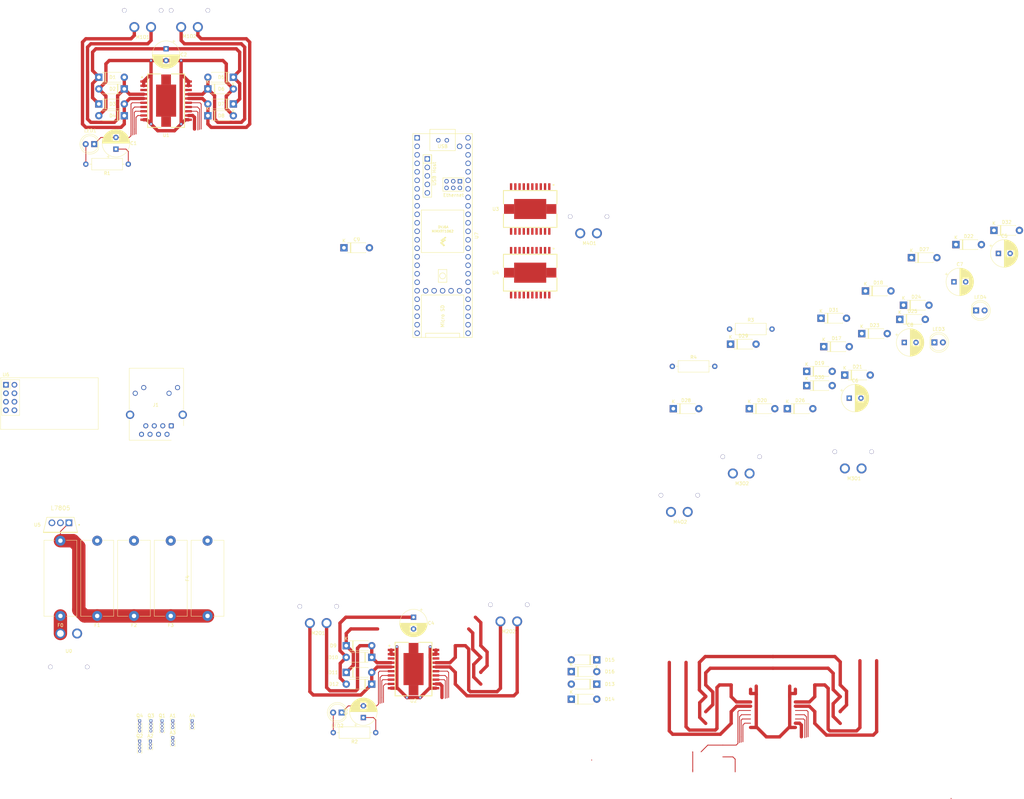
<source format=kicad_pcb>
(kicad_pcb (version 20211014) (generator pcbnew)
  (layers (0 "F.Cu" signal) (31 "B.Cu" signal) (34 "B.Paste" user) (35 "F.Paste" user) (36 "B.SilkS" user "B.Silkscreen") (37 "F.SilkS" user "F.Silkscreen") (38 "B.Mask" user) (39 "F.Mask" user) (44 "Edge.Cuts" user))
  (net 0 "")
  (net 1 "+5V")
  (net 2 "GND")
  (net 3 "Net-(C9-Pad1)")
  (net 4 "EGND")
  (net 5 "Net-(D1-Pad2)")
  (net 6 "Net-(D3-Pad2)")
  (net 7 "+12V")
  (net 8 "T+")
  (net 9 "T-")
  (net 10 "R+")
  (net 11 "R-")
  (net 13 "ELED")
  (net 16 "+3.3V")
  (net 17 "M1 PWM1")
  (net 18 "M1 PWM2")
  (net 19 "M1 IN1")
  (net 20 "M1 IN2")
  (net 21 "M2 PWM1")
  (net 22 "M2 PWM2")
  (net 23 "M1 IN3")
  (net 24 "M1 IN4")
  (net 25 "M3 PWM1")
  (net 26 "M3 PWM2")
  (net 27 "SCK")
  (net 29 "M3 IN1")
  (net 30 "M3 IN2")
  (net 31 "M3 IN3")
  (net 32 "M3 IN4")
  (net 33 "M4 IN1")
  (net 34 "M4 IN2")
  (net 35 "M4 IN3")
  (net 36 "M4 IN4")
  (net 37 "MOSI")
  (net 38 "M2 IN1")
  (net 39 "M2 IN2")
  (net 40 "M2 IN3")
  (net 41 "M2 IN4")
  (net 42 "M4 PWM1")
  (net 43 "M4 PWM2")
  (net 44 "CE")
  (net 45 "MISO")
  (net 46 "CSN")
  (net 48 "+3V3")
  (net 53 "Net-(LED1-Pad2)")
  (net 54 "Net-(C1-Pad2)")
  (net 55 "Net-(C3-Pad2)")
  (net 56 "Net-(C5-Pad2)")
  (net 57 "Net-(C7-Pad2)")
  (net 58 "Net-(D10-Pad1)")
  (net 59 "Net-(D11-Pad2)")
  (net 60 "Net-(D13-Pad2)")
  (net 61 "Net-(D15-Pad2)")
  (net 62 "Net-(D17-Pad2)")
  (net 63 "Net-(D19-Pad2)")
  (net 64 "Net-(D21-Pad2)")
  (net 65 "Net-(D23-Pad2)")
  (net 66 "Net-(D25-Pad2)")
  (net 67 "Net-(D27-Pad2)")
  (net 68 "Net-(D29-Pad2)")
  (net 69 "Net-(D31-Pad2)")
  (net 70 "Net-(F0-Pad1)")
  (net 71 "Net-(F1-Pad2)")
  (net 72 "Net-(F2-Pad2)")
  (net 73 "Net-(F3-Pad2)")
  (net 74 "Net-(F4-Pad2)")
  (net 75 "Net-(LED2-Pad2)")
  (net 76 "Net-(LED3-Pad2)")
  (net 77 "Net-(LED4-Pad2)")
  (net 110 "Net-(D6-Pad1)")
  (net 111 "Net-(D8-Pad1)")
  (net 112 "A1S")
  (net 113 "A2S")
  (net 114 "A3S")
  (net 115 "A4S")
  (net 116 "Q1B")
  (net 117 "Q1A")
  (net 118 "Q2B")
  (net 119 "Q2A")
  (net 120 "Q3B")
  (net 121 "Q3A")
  (net 122 "Q4B")
  (net 123 "Q4A")
  (footprint "L298P:L298P" (layer "F.Cu") (at 144.5 213)
    (fp_text reference "U2")
    (fp_text value "L298P")
  )
  (footprint "Resistor_THT:R_Axial_DIN0309_L9.0mm_D3.2mm_P12.70mm_Horizontal" (layer "F.Cu") (at 239.015302 111.32)
    (fp_text reference "R3")
    (fp_text value "1k")
  )
  (footprint "Diode_THT:D_DO-41_SOD81_P7.62mm_Horizontal" (layer "F.Cu") (at 262.095302 123.97)
    (fp_text reference "D19")
    (fp_text value " ")
  )
  (footprint "Diode_THT:D_DO-41_SOD81_P7.62mm_Horizontal" (layer "F.Cu") (at 90.62 36 180)
    (fp_text reference "D5")
    (fp_text value " ")
  )
  (footprint "Diode_THT:D_DO-41_SOD81_P7.62mm_Horizontal" (layer "F.Cu") (at 318.085302 81.8)
    (fp_text reference "D32")
    (fp_text value " ")
  )
  (footprint "LED_THT:LED_D5.0mm" (layer "F.Cu") (at 312.745302 105.75)
    (fp_text reference "LED4")
    (fp_text value "PWR-LED")
  )
  (footprint "Connector_RJ:RJ45_Cetus_J1B1211CCD_Horizontal" (layer "F.Cu") (at 72.045 140.25 180)
    (fp_text reference "J1")
    (fp_text value "RJ45_LED")
  )
  (footprint "Connector_PinHeader_1.00mm:PinHeader_1x04_P1.00mm_Vertical" (layer "F.Cu") (at 62.6 228.5)
    (fp_text reference "Q4")
    (fp_text value "Quad Encoder 4")
  )
  (footprint "Capacitor_THT:CP_Radial_D8.0mm_P3.50mm" (layer "F.Cu") (at 291.28 115.32)
    (fp_text reference "C8")
    (fp_text value "220uF")
  )
  (footprint "Resistor_THT:R_Axial_DIN0309_L9.0mm_D3.2mm_P12.70mm_Horizontal" (layer "F.Cu") (at 221.895302 122.47)
    (fp_text reference "R4")
    (fp_text value "1k")
  )
  (footprint "Resistor_THT:R_Axial_DIN0309_L9.0mm_D3.2mm_P12.70mm_Horizontal" (layer "F.Cu") (at 59.2 62 180)
    (fp_text reference "R1")
    (fp_text value "1k")
  )
  (footprint "Fuse:Fuseholder_Cylinder-5x20mm_Schurter_0031_8201_Horizontal_Open" (layer "F.Cu") (at 71.89375 197.1125 90)
    (fp_text reference "F3")
    (fp_text value "2a")
  )
  (footprint "Capacitor_THT:CP_Radial_D8.0mm_P3.50mm" (layer "F.Cu") (at 70.5 27.5 -90)
    (fp_text reference "C2")
    (fp_text value "220uF")
  )
  (footprint "Diode_THT:D_DO-41_SOD81_P7.62mm_Horizontal" (layer "F.Cu") (at 306.715302 86.05)
    (fp_text reference "D22")
    (fp_text value " ")
  )
  (footprint "Connector_PinHeader_1.00mm:PinHeader_1x03_P1.00mm_Vertical" (layer "F.Cu") (at 72.5 228.5)
    (fp_text reference "A1")
    (fp_text value "Abs Encoder 1")
  )
  (footprint "Diode_THT:D_DO-41_SOD81_P7.62mm_Horizontal" (layer "F.Cu") (at 132 209.5 180)
    (fp_text reference "D10")
    (fp_text value " ")
  )
  (footprint "Diode_THT:D_DO-41_SOD81_P7.62mm_Horizontal" (layer "F.Cu") (at 58 39.5 180)
    (fp_text reference "D2")
    (fp_text value " ")
  )
  (footprint "Fuse:Fuseholder_Cylinder-5x20mm_Schurter_0031_8201_Horizontal_Open" (layer "F.Cu") (at 60.89375 197.1125 90)
    (fp_text reference "F2")
    (fp_text value "2a")
  )
  (footprint "teensy:RightAngleXT30-M" (layer "F.Cu") (at 276 150.5)
    (fp_text reference "M3O1")
    (fp_text value "PCB_Mounted_XT30")
  )
  (footprint "LED_THT:LED_D5.0mm" (layer "F.Cu") (at 49 56 180)
    (fp_text reference "LED1")
    (fp_text value "PWR-LED")
  )
  (footprint "teensy:Teensy41" (layer "F.Cu") (at 153.19375 83.34375 -90)
    (fp_text reference "U7")
    (fp_text value "Teensy4.1")
  )
  (footprint "L298P:L298P" (layer "F.Cu") (at 179.3875 94.45625 -90)
    (fp_text reference "U4")
    (fp_text value "L298P")
  )
  (footprint "teensy:RightAngleXT30-M" (layer "F.Cu") (at 77.5 18.5)
    (fp_text reference "M1O2")
    (fp_text value "PCB_Mounted_XT30")
  )
  (footprint "Diode_THT:D_DO-41_SOD81_P7.62mm_Horizontal" (layer "F.Cu") (at 239.315302 115.82)
    (fp_text reference "D29")
    (fp_text value " ")
  )
  (footprint "Diode_THT:D_DO-41_SOD81_P7.62mm_Horizontal" (layer "F.Cu") (at 273.465302 125.07)
    (fp_text reference "D21")
    (fp_text value " ")
  )
  (footprint "Diode_THT:D_DO-41_SOD81_P7.62mm_Horizontal" (layer "F.Cu") (at 222.195302 135.12)
    (fp_text reference "D28")
    (fp_text value " ")
  )
  (footprint "Diode_THT:D_DO-41_SOD81_P7.62mm_Horizontal" (layer "F.Cu") (at 278.565302 112.67)
    (fp_text reference "D23")
    (fp_text value " ")
  )
  (footprint "Diode_THT:D_DO-41_SOD81_P7.62mm_Horizontal" (layer "F.Cu") (at 123.69 87)
    (fp_text reference "C9")
    (fp_text value "0.1uF")
  )
  (footprint "Fuse:Fuseholder_Cylinder-5x20mm_Schurter_0031_8201_Horizontal_Open" (layer "F.Cu") (at 38.89375 197.1125 90)
    (fp_text reference "F0")
    (fp_text value "8a")
  )
  (footprint "teensy:RightAngleXT30-M" (layer "F.Cu") (at 196.85 80.16875)
    (fp_text reference "M4O1")
    (fp_text value "PCB_Mounted_XT30")
  )
  (footprint "Connector_PinHeader_1.00mm:PinHeader_1x03_P1.00mm_Vertical" (layer "F.Cu") (at 72.5 233.55)
    (fp_text reference "A3")
    (fp_text value "Abs Encoder 3")
  )
  (footprint "Capacitor_THT:CP_Radial_D8.0mm_P3.50mm" (layer "F.Cu") (at 319.43 88.7)
    (fp_text reference "C5")
    (fp_text value "220uF")
  )
  (footprint "L298P:L298P" (layer "F.Cu") (at 179.3875 75.40625 -90)
    (fp_text reference "U3")
    (fp_text value "L298P")
  )
  (footprint "Connector_PinHeader_1.00mm:PinHeader_1x03_P1.00mm_Vertical" (layer "F.Cu") (at 78.3 228.5)
    (fp_text reference "A4")
    (fp_text value "Abs Encoder 4")
  )
  (footprint "teensy:RightAngleXT30-M" (layer "F.Cu") (at 63.5 18.5)
    (fp_text reference "M1O1")
    (fp_text value "PCB_Mounted_XT30")
  )
  (footprint "teensy:RightAngleXT30-M" (layer "F.Cu") (at 116 196.75)
    (fp_text reference "M2O1")
    (fp_text value "PCB_Mounted_XT30")
  )
  (footprint "Diode_THT:D_DO-41_SOD81_P7.62mm_Horizontal" (layer "F.Cu") (at 293.415302 89.95)
    (fp_text reference "D27")
    (fp_text value " ")
  )
  (footprint "Diode_THT:D_DO-41_SOD81_P7.62mm_Horizontal" (layer "F.Cu") (at 124.38 206)
    (fp_text reference "D9")
    (fp_text value " ")
  )
  (footprint "Capacitor_THT:CP_Radial_D8.0mm_P3.50mm" (layer "F.Cu") (at 306.13 97.2)
    (fp_text reference "C7")
    (fp_text value "220uF")
  )
  (footprint "RF_Module:nRF24L01_Breakout" (layer "F.Cu") (at 22.6 127.975)
    (fp_text reference "U6")
    (fp_text value "NRF24L01_Breakout")
  )
  (footprint "Diode_THT:D_DO-41_SOD81_P7.62mm_Horizontal" (layer "F.Cu") (at 191.69 222)
    (fp_text reference "D14")
    (fp_text value " ")
  )
  (footprint "Connector_PinHeader_1.00mm:PinHeader_1x04_P1.00mm_Vertical" (layer "F.Cu") (at 65.95 228.5)
    (fp_text reference "Q3")
    (fp_text value "Quad Encoder 3")
  )
  (footprint "Diode_THT:D_DO-41_SOD81_P7.62mm_Horizontal" (layer "F.Cu") (at 58 47.5 180)
    (fp_text reference "D4")
    (fp_text value " ")
  )
  (footprint "Fuse:Fuseholder_Cylinder-5x20mm_Schurter_0031_8201_Horizontal_Open" (layer "F.Cu") (at 82.89375 197.1125 90)
    (fp_text reference "F4")
    (fp_text value "2a")
  )
  (footprint "Connector_PinHeader_1.00mm:PinHeader_1x03_P1.00mm_Vertical" (layer "F.Cu") (at 65.8 234.55)
    (fp_text reference "A2")
    (fp_text value "Abs Encoder 2")
  )
  (footprint "Diode_THT:D_DO-41_SOD81_P7.62mm_Horizontal" (layer "F.Cu") (at 199.31 217.5 180)
    (fp_text reference "D13")
    (fp_text value " ")
  )
  (footprint "Diode_THT:D_DO-41_SOD81_P7.62mm_Horizontal" (layer "F.Cu") (at 289.935302 108.42)
    (fp_text reference "D25")
    (fp_text value " ")
  )
  (footprint "Diode_THT:D_DO-41_SOD81_P7.62mm_Horizontal" (layer "F.Cu") (at 83 39.5)
    (fp_text reference "D6")
    (fp_text value " ")
  )
  (footprint "Capacitor_THT:CP_Radial_D8.0mm_P3.50mm" (layer "F.Cu") (at 274.81 131.97)
    (fp_text reference "C6")
    (fp_text value "220uF")
  )
  (footprint "LED_THT:LED_D5.0mm" (layer "F.Cu") (at 123 226 180)
    (fp_text reference "LED2")
    (fp_text value "PWR-LED")
  )
  (footprint "Resistor_THT:R_Axial_DIN0309_L9.0mm_D3.2mm_P12.70mm_Horizontal" (layer "F.Cu") (at 133.2 232 180)
    (fp_text reference "R2")
    (fp_text value "1k")
  )
  (footprint "Diode_THT:D_DO-41_SOD81_P7.62mm_Horizontal" (layer "F.Cu") (at 83 47.5)
    (fp_text reference "D8")
    (fp_text value " ")
  )
  (footprint "Fuse:Fuseholder_Cylinder-5x20mm_Schurter_0031_8201_Horizontal_Open" (layer "F.Cu") (at 49.89375 197.1125 90)
    (fp_text reference "F1")
    (fp_text value "2a")
  )
  (footprint "Capacitor_THT:CP_Radial_D8.0mm_P3.50mm" (layer "F.Cu") (at 129.5 227.5 90)
    (fp_text reference "C3")
    (fp_text value "220uF")
  )
  (footprint "Diode_THT:D_DO-41_SOD81_P7.62mm_Horizontal" (layer "F.Cu") (at 291.035302 104.17)
    (fp_text reference "D24")
    (fp_text value " ")
  )
  (footprint "Connector_PinHeader_1.00mm:PinHeader_1x04_P1.00mm_Vertical" (layer "F.Cu") (at 69.3 228.5)
    (fp_text reference "Q1")
    (fp_text value "Quad Encoder 1")
  )
  (footprint "Diode_THT:D_DO-41_SOD81_P7.62mm_Horizontal" (layer "F.Cu") (at 191.69 213.75)
    (fp_text reference "D16")
    (fp_text value " ")
  )
  (footprint "Capacitor_THT:CP_Radial_D8.0mm_P3.50mm" (layer "F.Cu") (at 144.5 197.5 -90)
    (fp_text reference "C4")
    (fp_text value "220uF")
  )
  (footprint "teensy:RightAngleXT30-F" (layer "F.Cu") (at 41.39375 207.3625 180)
    (fp_text reference "U0")
    (fp_text value "BAT")
  )
  (footprint "Diode_THT:D_DO-41_SOD81_P7.62mm_Horizontal" (layer "F.Cu") (at 50.38 36)
    (fp_text reference "D1")
    (fp_text value " ")
  )
  (footprint "Diode_THT:D_DO-41_SOD81_P7.62mm_Horizontal" (layer "F.Cu") (at 90.62 44 180)
    (fp_text reference "D7")
    (fp_text value " ")
  )
  (footprint "Diode_THT:D_DO-41_SOD81_P7.62mm_Horizontal" (layer "F.Cu") (at 124.38 214)
    (fp_text reference "D11")
    (fp_text value " ")
  )
  (footprint "Capacitor_THT:CP_Radial_D8.0mm_P3.50mm" (layer "F.Cu") (at 55.5 57.5 90)
    (fp_text reference "C1")
    (fp_text value "220uF")
  )
  (footprint "teensy:RightAngleXT30-M" (layer "F.Cu") (at 242.5 152)
    (fp_text reference "M3O2")
    (fp_text value "PCB_Mounted_XT30")
  )
  (footprint "Diode_THT:D_DO-41_SOD81_P7.62mm_Horizontal" (layer "F.Cu") (at 279.665302 99.92)
    (fp_text reference "D18")
    (fp_text value " ")
  )
  (footprint "Diode_THT:D_DO-41_SOD81_P7.62mm_Horizontal" (layer "F.Cu") (at 267.195302 116.57)
    (fp_text reference "D17")
    (fp_text value " ")
  )
  (footprint "L7805CV:STMicroelectronics-TO-220-3-0-0-0" (layer "F.Cu") (at 38.89375 169.8625 -90)
    (fp_text reference "U5")
    (fp_text value "L7805")
  )
  (footprint "Diode_THT:D_DO-41_SOD81_P7.62mm_Horizontal" (layer "F.Cu") (at 199.31 210.25 180)
    (fp_text reference "D15")
    (fp_text value " ")
  )
  (footprint "L298P:L298P" (layer "F.Cu") (at 70.5 43)
    (fp_text reference "U1")
    (fp_text value "L298P")
  )
  (footprint "Diode_THT:D_DO-41_SOD81_P7.62mm_Horizontal" (layer "F.Cu") (at 50.38 44)
    (fp_text reference "D3")
    (fp_text value " ")
  )
  (footprint "LED_THT:LED_D5.0mm" (layer "F.Cu") (at 300.275302 115.3)
    (fp_text reference "LED3")
    (fp_text value "PWR-LED")
  )
  (footprint "Diode_THT:D_DO-41_SOD81_P7.62mm_Horizontal" (layer "F.Cu") (at 132 217.5 180)
    (fp_text reference "D12")
    (fp_text value " ")
  )
  (footprint "Diode_THT:D_DO-41_SOD81_P7.62mm_Horizontal" (layer "F.Cu") (at 266.365302 108.07)
    (fp_text reference "D31")
    (fp_text value " ")
  )
  (footprint "teensy:RightAngleXT30-M" (layer "F.Cu") (at 173 196.25)
    (fp_text reference "M2O2")
    (fp_text value "PCB_Mounted_XT30")
  )
  (footprint "Diode_THT:D_DO-41_SOD81_P7.62mm_Horizontal" (layer "F.Cu") (at 262.095302 128.22)
    (fp_text reference "D30")
    (fp_text value " ")
  )
  (footprint "Diode_THT:D_DO-41_SOD81_P7.62mm_Horizontal" (layer "F.Cu") (at 256.305302 135.12)
    (fp_text reference "D26")
    (fp_text value " ")
  )
  (footprint "teensy:RightAngleXT30-M" (layer "F.Cu") (at 224 163.5)
    (fp_text reference "M4O2")
    (fp_text value "PCB_Mounted_XT30")
  )
  (footprint "Diode_THT:D_DO-41_SOD81_P7.62mm_Horizontal" (layer "F.Cu") (at 244.935302 135.12)
    (fp_text reference "D20")
    (fp_text value " ")
  )
  (footprint "Connector_PinHeader_1.00mm:PinHeader_1x04_P1.00mm_Vertical" (layer "F.Cu") (at 62.6 234.55)
    (fp_text reference "Q2")
    (fp_text value "Quad Encoder 2")
  )
  (segment (start 264.5 225.75) (end 262.865 224.115) (width 1) (layer "F.Cu") (net 0))
  (segment (start 264.5 225.75) (end 264.5 225.872641) (width 1) (layer "F.Cu") (net 0))
  (segment (start 264.5 217.75) (end 267.5 217.75) (width 1) (layer "F.Cu") (net 0))
  (segment (start 264.5 221.25) (end 262.905 222.845) (width 1) (layer "F.Cu") (net 0))
  (segment (start 264.5 225.75) (end 264.5 229.25) (width 1) (layer "F.Cu") (net 0))
  (segment (start 268.5 218.75) (end 268.5 231) (width 1) (layer "F.Cu") (net 0))
  (segment (start 264.5 221.25) (end 264.5 217.75) (width 1) (layer "F.Cu") (net 0))
  (segment (start 269 231.5) (end 277 231.5) (width 1) (layer "F.Cu") (net 0))
  (segment (start 268.5 231) (end 269 231.5) (width 1) (layer "F.Cu") (net 0))
  (segment (start 277 231.5) (end 278 230.5) (width 1) (layer "F.Cu") (net 0))
  (segment (start 268 232.75) (end 282 232.75) (width 1) (layer "F.Cu") (net 0))
  (segment (start 267.5 217.75) (end 268.5 218.75) (width 1) (layer "F.Cu") (net 0))
  (segment (start 264.5 229.25) (end 268 232.75) (width 1) (layer "F.Cu") (net 0))
  (segment (start 283 231.75) (end 283 210.5) (width 1) (layer "F.Cu") (net 0))
  (segment (start 282 232.75) (end 283 231.75) (width 1) (layer "F.Cu") (net 0))
  (segment (start 262.865 224.115) (end 258.7 224.115) (width 1) (layer "F.Cu") (net 0))
  (segment (start 278 230.5) (end 278 210.5) (width 1) (layer "F.Cu") (net 0))
  (segment (start 262.905 222.845) (end 258.7 222.845) (width 1) (layer "F.Cu") (net 0))
  (segment (start 240.7 239.95) (end 240 239.25) (width 0.25) (layer "F.Cu") (net 1))
  (segment (start 59.2 62) (end 59.2 58.2) (width 0.25) (layer "F.Cu") (net 1))
  (segment (start 240.7 243.75) (end 240.7 239.95) (width 0.25) (layer "F.Cu") (net 1))
  (segment (start 133.2 232) (end 133.2 228.2) (width 0.25) (layer "F.Cu") (net 1))
  (segment (start 240 239.25) (end 237 239.25) (width 0.25) (layer "F.Cu") (net 1))
  (segment (start 132.5 227.5) (end 129.5 227.5) (width 0.25) (layer "F.Cu") (net 1))
  (segment (start 58.5 57.5) (end 55.5 57.5) (width 0.25) (layer "F.Cu") (net 1))
  (segment (start 59.2 58.2) (end 58.5 57.5) (width 0.25) (layer "F.Cu") (net 1))
  (segment (start 133.2 228.2) (end 132.5 227.5) (width 0.25) (layer "F.Cu") (net 1))
  (segment (start 124.38 209.5) (end 124.38 209.38) (width 1) (layer "F.Cu") (net 2))
  (segment (start 250.0025 233.2475) (end 250.03 233.275) (width 1) (layer "F.Cu") (net 2))
  (segment (start 234 223.63) (end 234 219.87) (width 1) (layer "F.Cu") (net 2))
  (segment (start 137.8 207.285) (end 137.8 208.555) (width 1) (layer "F.Cu") (net 2))
  (segment (start 149.5 218.495) (end 149.5 209.5) (width 1) (layer "F.Cu") (net 2))
  (segment (start 246.78 220.305) (end 247 220.525) (width 1) (layer "F.Cu") (net 2))
  (segment (start 270 219.13) (end 272.12 221.25) (width 1) (layer "F.Cu") (net 2))
  (segment (start 66 50) (end 66 35) (width 1) (layer "F.Cu") (net 2))
  (segment (start 162.5 215.38) (end 164.62 217.5) (width 1) (layer "F.Cu") (net 2))
  (segment (start 88.5 41.62) (end 90.62 39.5) (width 1) (layer "F.Cu") (net 2))
  (segment (start 253.97 233.275) (end 253.9975 233.2475) (width 1) (layer "F.Cu") (net 2))
  (segment (start 272.12 221.25) (end 270 223.37) (width 1) (layer "F.Cu") (net 2))
  (segment (start 77.2 37.285) (end 77.2 38.555) (width 1) (layer "F.Cu") (net 2))
  (segment (start 139.5 218.495) (end 142.5025 221.4975) (width 1) (layer "F.Cu") (net 2))
  (segment (start 52.5 32) (end 53.5 31) (width 1) (layer "F.Cu") (net 2))
  (segment (start 257 221.25) (end 257 218.097349) (width 1) (layer "F.Cu") (net 2))
  (segment (start 124.38 209.38) (end 122.5 207.5) (width 1) (layer "F.Cu") (net 2))
  (segment (start 268.5 212.75) (end 270 214.25) (width 1) (layer "F.Cu") (net 2))
  (segment (start 63.8 48.715) (end 64.715 48.715) (width 1) (layer "F.Cu") (net 2))
  (segment (start 77.2 37.2) (end 75 35) (width 1) (layer "F.Cu") (net 2))
  (segment (start 73 52) (end 75 50) (width 1) (layer "F.Cu") (net 2))
  (segment (start 257 230.245) (end 257 221.25) (width 1) (layer "F.Cu") (net 2))
  (segment (start 139.5 208.775) (end 139.5 206.347349) (width 1) (layer "F.Cu") (net 2))
  (segment (start 75 50) (end 76.285 48.715) (width 1) (layer "F.Cu") (net 2))
  (segment (start 68 52) (end 73 52) (width 1) (layer "F.Cu") (net 2))
  (segment (start 50.38 39.5) (end 50.38 39.38) (width 1) (layer "F.Cu") (net 2))
  (segment (start 247 230.245) (end 250.0025 233.2475) (width 1) (layer "F.Cu") (net 2))
  (segment (start 234 219.87) (end 231.88 217.75) (width 1) (layer "F.Cu") (net 2))
  (segment (start 162.5 211.62) (end 162.5 215.38) (width 1) (layer "F.Cu") (net 2))
  (segment (start 122.58 211.3) (end 124.38 209.5) (width 1) (layer "F.Cu") (net 2))
  (segment (start 90.62 39.5) (end 88.5 37.38) (width 1) (layer "F.Cu") (net 2))
  (segment (start 142.53 221.525) (end 146.47 221.525) (width 1) (layer "F.Cu") (net 2))
  (segment (start 146.47 221.525) (end 146.4975 221.4975) (width 1) (layer "F.Cu") (net 2))
  (segment (start 246.78 230.465) (end 245.3 230.465) (width 1) (layer "F.Cu") (net 2))
  (segment (start 149.5 209.5) (end 149.5 208.775) (width 1) (layer "F.Cu") (net 2))
  (segment (start 75 50) (end 75 35) (width 1) (layer "F.Cu") (net 2))
  (segment (start 162.2 202.2) (end 161 201) (width 1) (layer "F.Cu") (net 2))
  (segment (start 257 220.525) (end 257.22 220.305) (width 1) (layer "F.Cu") (net 2))
  (segment (start 245.3 219.035) (end 245.3 220.305) (width 1) (layer "F.Cu") (net 2))
  (segment (start 142.5025 221.4975) (end 142.53 221.525) (width 1) (layer "F.Cu") (net 2))
  (segment (start 52.5 41.62) (end 50.38 39.5) (width 1) (layer "F.Cu") (net 2))
  (segment (start 63.8 37.285) (end 63.8 37.2) (width 1) (layer "F.Cu") (net 2))
  (segment (start 75 35) (end 75 31) (width 1) (layer "F.Cu") (net 2))
  (segment (start 257 221.25) (end 257 220.525) (width 1) (layer "F.Cu") (net 2))
  (segment (start 63.8 37.2) (end 66 35) (width 1) (layer "F.Cu") (net 2))
  (segment (start 50.38 39.5) (end 52.5 37.38) (width 1) (layer "F.Cu") (net 2))
  (segment (start 137.8 208.555) (end 139.28 208.555) (width 1) (layer "F.Cu") (net 2))
  (segment (start 64.715 48.715) (end 66 50) (width 1) (layer "F.Cu") (net 2))
  (segment (start 75 31) (end 87.5 31) (width 1) (layer "F.Cu") (net 2))
  (segment (start 139.28 208.555) (end 139.5 208.775) (width 1) (layer "F.Cu") (net 2))
  (segment (start 88.5 45.38) (end 88.5 41.62) (width 1) (layer "F.Cu") (net 2))
  (segment (start 231.88 225.75) (end 234 223.63) (width 1) (layer "F.Cu") (net 2))
  (segment (start 139.5 208.775) (end 139.5 218.495) (width 1) (layer "F.Cu") (net 2))
  (segment (start 247 220.525) (end 247 230.245) (width 1) (layer "F.Cu") (net 2))
  (segment (start 164.62 209.5) (end 162.5 211.62) (width 1) (layer "F.Cu") (net 2))
  (segment (start 257.22 230.465) (end 257 230.245) (width 1) (layer "F.Cu") (net 2))
  (segment (start 164.62 209.5) (end 162.2 207.08) (width 1) (layer "F.Cu") (net 2))
  (segment (start 233.25 212.75) (end 252 212.75) (width 1) (layer "F.Cu") (net 2))
  (segment (start 231.88 214.12) (end 233.25 212.75) (width 1) (layer "F.Cu") (net 2))
  (segment (start 90.62 47.5) (end 88.5 45.38) (width 1) (layer "F.Cu") (net 2))
  (segment (start 258.7 230.465) (end 257.22 230.465) (width 1) (layer "F.Cu") (net 2))
  (segment (start 149.5 209.5) (end 149.5 206.347349) (width 1) (layer "F.Cu") (net 2))
  (segment (start 66 31) (end 70.5 31) (width 1) (layer "F.Cu") (net 2))
  (segment (start 52.5 45.38) (end 52.5 41.62) (width 1) (layer "F.Cu") (net 2))
  (segment (start 122.5 199.25) (end 124.25 197.5) (width 1) (layer "F.Cu") (net 2))
  (segment (start 258.7 219.035) (end 258.7 220.305) (width 1) (layer "F.Cu") (net 2))
  (segment (start 77.2 37.285) (end 77.2 37.2) (width 1) (layer "F.Cu") (net 2))
  (segment (start 270 214.25) (end 270 219.13) (width 1) (layer "F.Cu") (net 2))
  (segment (start 70.5 31) (end 75 31) (width 1) (layer "F.Cu") (net 2))
  (segment (start 250.03 233.275) (end 253.97 233.275) (width 1) (layer "F.Cu") (net 2))
  (segment (start 122.5 207.5) (end 122.5 199.25) (width 1) (layer "F.Cu") (net 2))
  (segment (start 151.2 207.285) (end 151.2 208.555) (width 1) (layer "F.Cu") (net 2))
  (segment (start 76.285 48.715) (end 77.2 48.715) (width 1) (layer "F.Cu") (net 2))
  (segment (start 247 230.245) (end 246.78 230.465) (width 1) (layer "F.Cu") (net 2))
  (segment (start 149.72 208.555) (end 151.2 208.555) (width 1) (layer "F.Cu") (net 2))
  (segment (start 270 223.37) (end 270 227.13) (width 1) (layer "F.Cu") (net 2))
  (segment (start 50.38 47.5) (end 52.5 45.38) (width 1) (layer "F.Cu") (net 2))
  (segment (start 139.5 218.495) (end 139.28 218.715) (width 1) (layer "F.Cu") (net 2))
  (segment (start 124.38 217.5) (end 122.58 215.7) (width 1) (layer "F.Cu") (net 2))
  (segment (start 162.2 207.08) (end 162.2 202.2) (width 1) (layer "F.Cu") (net 2))
  (segment (start 253.9975 233.2475) (end 257 230.245) (width 1) (layer "F.Cu") (net 2))
  (segment (start 66 50) (end 68 52) (width 1) (layer "F.Cu") (net 2))
  (segment (start 139.28 218.715) (end 137.8 218.715) (width 1) (layer "F.Cu") (net 2))
  (segment (start 52.5 37.38) (end 52.5 32) (width 1) (layer "F.Cu") (net 2))
  (segment (start 247 220.525) (end 247 218.097349) (width 1) (layer "F.Cu") (net 2))
  (segment (start 87.5 31) (end 88.5 32) (width 1) (layer "F.Cu") (net 2))
  (segment (start 122.58 215.7) (end 122.58 211.3) (width 1) (layer "F.Cu") (net 2))
  (segment (start 270 227.13) (end 272.12 229.25) (width 1) (layer "F.Cu") (net 2))
  (segment (start 149.5 208.775) (end 149.72 208.555) (width 1) (layer "F.Cu") (net 2))
  (segment (start 53.5 31) (end 66 31) (width 1) (layer "F.Cu") (net 2))
  (segment (start 257.22 220.305) (end 258.7 220.305) (width 1) (layer "F.Cu") (net 2))
  (segment (start 151.2 218.715) (end 149.72 218.715) (width 1) (layer "F.Cu") (net 2))
  (segment (start 149.72 218.715) (end 149.5 218.495) (width 1) (layer "F.Cu") (net 2))
  (segment (start 63.8 37.285) (end 63.8 38.555) (width 1) (layer "F.Cu") (net 2))
  (segment (start 245.3 220.305) (end 246.78 220.305) (width 1) (layer "F.Cu") (net 2))
  (segment (start 146.4975 221.4975) (end 149.5 218.495) (width 1) (layer "F.Cu") (net 2))
  (segment (start 88.5 37.38) (end 88.5 32) (width 1) (layer "F.Cu") (net 2))
  (segment (start 66 35) (end 66 31) (width 1) (layer "F.Cu") (net 2))
  (segment (start 231.88 217.75) (end 231.88 214.12) (width 1) (layer "F.Cu") (net 2))
  (segment (start 124.25 197.5) (end 144.5 197.5) (width 1) (layer "F.Cu") (net 2))
  (segment (start 252 212.75) (end 268.5 212.75) (width 1) (layer "F.Cu") (net 2))
  (via (at 66 50) (size 0.8) (drill 0.4) (layers "F.Cu" "B.Cu") (net 2))
  (via (at 146.4975 221.4975) (size 0.8) (drill 0.4) (layers "F.Cu" "B.Cu") (net 2))
  (via (at 66 31) (size 0.8) (drill 0.4) (layers "F.Cu" "B.Cu") (net 2))
  (via (at 149.5 206.347349) (size 0.8) (drill 0.4) (layers "F.Cu" "B.Cu") (net 2))
  (via (at 75 50) (size 0.8) (drill 0.4) (layers "F.Cu" "B.Cu") (net 2))
  (via (at 139.5 206.347349) (size 0.8) (drill 0.4) (layers "F.Cu" "B.Cu") (net 2))
  (via (at 142.53 221.525) (size 0.8) (drill 0.4) (layers "F.Cu" "B.Cu") (net 2))
  (via (at 75 31) (size 0.8) (drill 0.4) (layers "F.Cu" "B.Cu") (net 2))
  (segment (start 47 27) (end 48 26) (width 1) (layer "F.Cu") (net 5))
  (segment (start 235.25 230.75) (end 234.75 231.25) (width 1) (layer "F.Cu") (net 5))
  (segment (start 63.8 41.095) (end 59.595 41.095) (width 1) (layer "F.Cu") (net 5))
  (segment (start 58 39.5) (end 56 41.5) (width 1) (layer "F.Cu") (net 5))
  (segment (start 59.595 41.095) (end 58 39.5) (width 1) (layer "F.Cu") (net 5))
  (segment (start 245.3 222.845) (end 241.095 222.845) (width 1) (layer "F.Cu") (net 5))
  (segment (start 241.095 222.845) (end 239.5 221.25) (width 1) (layer "F.Cu") (net 5))
  (segment (start 48 26) (end 65 26) (width 1) (layer "F.Cu") (net 5))
  (segment (start 234.75 231.25) (end 227 231.25) (width 1) (layer "F.Cu") (net 5))
  (segment (start 56 48.5) (end 55 49.5) (width 1) (layer "F.Cu") (net 5))
  (segment (start 56 41.5) (end 56 48.5) (width 1) (layer "F.Cu") (net 5))
  (segment (start 227 231.25) (end 226 230.25) (width 1) (layer "F.Cu") (net 5))
  (segment (start 58 36) (end 58 39.5) (width 1) (layer "F.Cu") (net 5))
  (segment (start 47 48.5) (end 47 27) (width 1) (layer "F.Cu") (net 5))
  (segment (start 239.5 217.75) (end 236 217.75) (width 1) (layer "F.Cu") (net 5))
  (segment (start 55 49.5) (end 48 49.5) (width 1) (layer "F.Cu") (net 5))
  (segment (start 235.25 218.5) (end 235.25 230.75) (width 1) (layer "F.Cu") (net 5))
  (segment (start 66 25) (end 66 21) (width 1) (layer "F.Cu") (net 5))
  (segment (start 236 217.75) (end 235.25 218.5) (width 1) (layer "F.Cu") (net 5))
  (segment (start 65 26) (end 66 25) (width 1) (layer "F.Cu") (net 5))
  (segment (start 226 230.25) (end 226 211) (width 1) (layer "F.Cu") (net 5))
  (segment (start 239.5 217.75) (end 239.5 221.25) (width 1) (layer "F.Cu") (net 5))
  (segment (start 48 49.5) (end 47 48.5) (width 1) (layer "F.Cu") (net 5))
  (segment (start 222 232.5) (end 236.25 232.5) (width 1) (layer "F.Cu") (net 6))
  (segment (start 60 24.5) (end 61 23.5) (width 1) (layer "F.Cu") (net 6))
  (segment (start 241.135 224.115) (end 239.5 225.75) (width 1) (layer "F.Cu") (net 6))
  (segment (start 59.635 42.365) (end 58 44) (width 1) (layer "F.Cu") (net 6))
  (segment (start 57 51) (end 46.5 51) (width 1) (layer "F.Cu") (net 6))
  (segment (start 63.8 42.365) (end 59.635 42.365) (width 1) (layer "F.Cu") (net 6))
  (segment (start 221 231.5) (end 222 232.5) (width 1) (layer "F.Cu") (net 6))
  (segment (start 46.5 24.5) (end 60 24.5) (width 1) (layer "F.Cu") (net 6))
  (segment (start 245.3 224.115) (end 241.135 224.115) (width 1) (layer "F.Cu") (net 6))
  (segment (start 46.5 51) (end 45.5 50) (width 1) (layer "F.Cu") (net 6))
  (segment (start 61 23.5) (end 61 21) (width 1) (layer "F.Cu") (net 6))
  (segment (start 58 47.5) (end 58 50) (width 1) (layer "F.Cu") (net 6))
  (segment (start 221 231.5) (end 221 211) (width 1) (layer "F.Cu") (net 6))
  (segment (start 58 50) (end 57 51) (width 1) (layer "F.Cu") (net 6))
  (segment (start 58 44) (end 58 47.5) (width 1) (layer "F.Cu") (net 6))
  (segment (start 45.5 25.5) (end 46.5 24.5) (width 1) (layer "F.Cu") (net 6))
  (segment (start 239.5 225.75) (end 239.5 229.25) (width 1) (layer "F.Cu") (net 6))
  (segment (start 45.5 50) (end 45.5 25.5) (width 1) (layer "F.Cu") (net 6))
  (segment (start 236.25 232.5) (end 239.5 229.25) (width 1) (layer "F.Cu") (net 6))
  (segment (start 60.89375 197.1125) (end 71.89375 197.1125) (width 4) (layer "F.Cu") (net 7))
  (segment (start 49.89375 197.1125) (end 60.89375 197.1125) (width 4) (layer "F.Cu") (net 7))
  (segment (start 38.89375 174.6125) (end 42.64375 174.6125) (width 4) (layer "F.Cu") (net 7))
  (segment (start 44.39375 195.3625) (end 46.14375 197.1125) (width 4) (layer "F.Cu") (net 7))
  (segment (start 197.7775 240.17) (end 197.7775 240.235) (width 0.25) (layer "F.Cu") (net 7))
  (segment (start 71.89375 197.1125) (end 82.89375 197.1125) (width 4) (layer "F.Cu") (net 7))
  (segment (start 42.64375 174.6125) (end 44.39375 176.3625) (width 4) (layer "F.Cu") (net 7))
  (segment (start 38.89375 171.8625) (end 38.89375 174.6125) (width 0.25) (layer "F.Cu") (net 7))
  (segment (start 46.14375 197.1125) (end 49.89375 197.1125) (width 4) (layer "F.Cu") (net 7))
  (segment (start 44.39375 176.3625) (end 44.39375 195.3625) (width 4) (layer "F.Cu") (net 7))
  (segment (start 41.43375 169.3225) (end 38.89375 171.8625) (width 0.25) (layer "F.Cu") (net 7))
  (segment (start 305.2775 251.67) (end 305.2775 251.735) (width 0.25) (layer "F.Cu") (net 7))
  (segment (start 245.3 227.925) (end 242.825 227.925) (width 0.25) (layer "F.Cu") (net 17))
  (segment (start 242.5 233.25) (end 242.5 234.886396) (width 0.25) (layer "F.Cu") (net 17))
  (segment (start 242.5 228.25) (end 242.5 233.25) (width 0.25) (layer "F.Cu") (net 17))
  (segment (start 242.825 227.925) (end 242.5 228.25) (width 0.25) (layer "F.Cu") (net 17))
  (segment (start 61 51.5) (end 61 53.136396) (width 0.25) (layer "F.Cu") (net 17))
  (segment (start 61 46.5) (end 61 51.5) (width 0.25) (layer "F.Cu") (net 17))
  (segment (start 61.325 46.175) (end 61 46.5) (width 0.25) (layer "F.Cu") (net 17))
  (segment (start 63.8 46.175) (end 61.325 46.175) (width 0.25) (layer "F.Cu") (net 17))
  (segment (start 79.905 44.905) (end 80.5 45.5) (width 0.25) (layer "F.Cu") (net 18))
  (segment (start 80.5 45.5) (end 80.5 51.636396) (width 0.25) (layer "F.Cu") (net 18))
  (segment (start 262 227.25) (end 262 233.386396) (width 0.25) (layer "F.Cu") (net 18))
  (segment (start 261.405 226.655) (end 262 227.25) (width 0.25) (layer "F.Cu") (net 18))
  (segment (start 77.2 44.905) (end 79.905 44.905) (width 0.25) (layer "F.Cu") (net 18))
  (segment (start 258.7 226.655) (end 261.405 226.655) (width 0.25) (layer "F.Cu") (net 18))
  (segment (start 242.595 226.655) (end 242 227.25) (width 0.25) (layer "F.Cu") (net 19))
  (segment (start 60.5 45.5) (end 60.5 53.272792) (width 0.25) (layer "F.Cu") (net 19))
  (segment (start 245.3 226.655) (end 242.595 226.655) (width 0.25) (layer "F.Cu") (net 19))
  (segment (start 61.095 44.905) (end 60.5 45.5) (width 0.25) (layer "F.Cu") (net 19))
  (segment (start 63.8 44.905) (end 61.095 44.905) (width 0.25) (layer "F.Cu") (net 19))
  (segment (start 242 227.25) (end 242 235.022792) (width 0.25) (layer "F.Cu") (net 19))
  (segment (start 61.5 48) (end 61.5 53) (width 0.25) (layer "F.Cu") (net 20))
  (segment (start 63.8 47.445) (end 62.055 47.445) (width 0.25) (layer "F.Cu") (net 20))
  (segment (start 243.555 229.195) (end 243 229.75) (width 0.25) (layer "F.Cu") (net 20))
  (segment (start 62.055 47.445) (end 61.5 48) (width 0.25) (layer "F.Cu") (net 20))
  (segment (start 245.3 229.195) (end 243.555 229.195) (width 0.25) (layer "F.Cu") (net 20))
  (segment (start 243 229.75) (end 243 234.75) (width 0.25) (layer "F.Cu") (net 20))
  (segment (start 135 221.5) (end 135 223.136396) (width 0.25) (layer "F.Cu") (net 21))
  (segment (start 135 216.5) (end 135 221.5) (width 0.25) (layer "F.Cu") (net 21))
  (segment (start 137.8 216.175) (end 135.325 216.175) (width 0.25) (layer "F.Cu") (net 21))
  (segment (start 135.325 216.175) (end 135 216.5) (width 0.25) (layer "F.Cu") (net 21))
  (segment (start 151.2 214.905) (end 153.905 214.905) (width 0.25) (layer "F.Cu") (net 22))
  (segment (start 154.5 215.5) (end 154.5 221.636396) (width 0.25) (layer "F.Cu") (net 22))
  (segment (start 153.905 214.905) (end 154.5 215.5) (width 0.25) (layer "F.Cu") (net 22))
  (segment (start 80 46.5) (end 80 51.772792) (width 0.25) (layer "F.Cu") (net 23))
  (segment (start 261.175 227.925) (end 261.5 228.25) (width 0.25) (layer "F.Cu") (net 23))
  (segment (start 258.7 227.925) (end 261.175 227.925) (width 0.25) (layer "F.Cu") (net 23))
  (segment (start 261.5 228.25) (end 261.5 233.522792) (width 0.25) (layer "F.Cu") (net 23))
  (segment (start 77.2 46.175) (end 79.675 46.175) (width 0.25) (layer "F.Cu") (net 23))
  (segment (start 79.675 46.175) (end 80 46.5) (width 0.25) (layer "F.Cu") (net 23))
  (segment (start 80.635 43.635) (end 81 44) (width 0.25) (layer "F.Cu") (net 24))
  (segment (start 258.7 225.385) (end 262.135 225.385) (width 0.25) (layer "F.Cu") (net 24))
  (segment (start 262.135 225.385) (end 262.5 225.75) (width 0.25) (layer "F.Cu") (net 24))
  (segment (start 77.2 43.635) (end 80.635 43.635) (width 0.25) (layer "F.Cu") (net 24))
  (segment (start 81 44) (end 81 51.5) (width 0.25) (layer "F.Cu") (net 24))
  (segment (start 262.5 225.75) (end 262.5 233.25) (width 0.25) (layer "F.Cu") (net 24))
  (segment (start 134.5 215.5) (end 134.5 223.272792) (width 0.25) (layer "F.Cu") (net 38))
  (segment (start 137.8 214.905) (end 135.095 214.905) (width 0.25) (layer "F.Cu") (net 38))
  (segment (start 135.095 214.905) (end 134.5 215.5) (width 0.25) (layer "F.Cu") (net 38))
  (segment (start 135.5 218) (end 135.5 223) (width 0.25) (layer "F.Cu") (net 39))
  (segment (start 137.8 217.445) (end 136.055 217.445) (width 0.25) (layer "F.Cu") (net 39))
  (segment (start 136.055 217.445) (end 135.5 218) (width 0.25) (layer "F.Cu") (net 39))
  (segment (start 154 216.5) (end 154 221.772792) (width 0.25) (layer "F.Cu") (net 40))
  (segment (start 153.675 216.175) (end 154 216.5) (width 0.25) (layer "F.Cu") (net 40))
  (segment (start 151.2 216.175) (end 153.675 216.175) (width 0.25) (layer "F.Cu") (net 40))
  (segment (start 154.635 213.635) (end 155 214) (width 0.25) (layer "F.Cu") (net 41))
  (segment (start 155 214) (end 155 221.5) (width 0.25) (layer "F.Cu") (net 41))
  (segment (start 151.2 213.635) (end 154.635 213.635) (width 0.25) (layer "F.Cu") (net 41))
  (segment (start 46.46 61.46) (end 46.5 61.5) (width 0.25) (layer "F.Cu") (net 53))
  (segment (start 228 237.79) (end 227.96 237.75) (width 0.25) (layer "F.Cu") (net 53))
  (segment (start 227.96 243.21) (end 228 243.25) (width 0.25) (layer "F.Cu") (net 53))
  (segment (start 228 243.75) (end 228 237.79) (width 0.25) (layer "F.Cu") (net 53))
  (segment (start 46.5 62) (end 46.5 56.04) (width 0.25) (layer "F.Cu") (net 53))
  (segment (start 46.5 56.04) (end 46.46 56) (width 0.25) (layer "F.Cu") (net 53))
  (segment (start 48.5 28.5) (end 49.5 27.5) (width 1) (layer "F.Cu") (net 54))
  (segment (start 270.5 209.25) (end 252 209.25) (width 1) (layer "F.Cu") (net 54))
  (segment (start 272.12 225.63) (end 274 223.75) (width 1) (layer "F.Cu") (net 54))
  (segment (start 241.5 235.25) (end 241.5 234.75) (width 0.25) (layer "F.Cu") (net 54))
  (segment (start 230.5 237.75) (end 232.5 235.75) (width 0.25) (layer "F.Cu") (net 54))
  (segment (start 92.5 34) (end 92.5 28.5) (width 1) (layer "F.Cu") (net 54))
  (segment (start 60 53) (end 60 44) (width 0.25) (layer "F.Cu") (net 54))
  (segment (start 60 53.5) (end 60 53) (width 0.25) (layer "F.Cu") (net 54))
  (segment (start 48.5 34) (end 48.5 28.5) (width 1) (layer "F.Cu") (net 54))
  (segment (start 50.38 44) (end 48.5 42.12) (width 1) (layer "F.Cu") (net 54))
  (segment (start 90.62 36) (end 90.62 35.88) (width 1) (layer "F.Cu") (net 54))
  (segment (start 231.88 229.25) (end 230.08 227.45) (width 1) (layer "F.Cu") (net 54))
  (segment (start 272.12 225.75) (end 272.12 225.63) (width 1) (layer "F.Cu") (net 54))
  (segment (start 241 235.75) (end 241.5 235.25) (width 0.25) (layer "F.Cu") (net 54))
  (segment (start 241.5 225.75) (end 241.865 225.385) (width 0.25) (layer "F.Cu") (net 54))
  (segment (start 230 211) (end 231.75 209.25) (width 1) (layer "F.Cu") (net 54))
  (segment (start 60.365 43.635) (end 63.8 43.635) (width 0.25) (layer "F.Cu") (net 54))
  (segment (start 230.08 223.05) (end 231.88 221.25) (width 1) (layer "F.Cu") (net 54))
  (segment (start 55.5 54) (end 59.5 54) (width 0.25) (layer "F.Cu") (net 54))
  (segment (start 90.62 44) (end 91 44) (width 1) (layer "F.Cu") (net 54))
  (segment (start 90.62 35.88) (end 92.5 34) (width 1) (layer "F.Cu") (net 54))
  (segment (start 272.12 210.87) (end 270.5 209.25) (width 1) (layer "F.Cu") (net 54))
  (segment (start 272.12 217.75) (end 274 219.63) (width 1) (layer "F.Cu") (net 54))
  (segment (start 231.88 221.13) (end 230 219.25) (width 1) (layer "F.Cu") (net 54))
  (segment (start 274 223.75) (end 274 219.63) (width 1) (layer "F.Cu") (net 54))
  (segment (start 231.75 209.25) (end 252 209.25) (width 1) (layer "F.Cu") (net 54))
  (segment (start 50.38 35.88) (end 48.5 34) (width 1) (layer "F.Cu") (net 54))
  (segment (start 51 54) (end 55.5 54) (width 0.25) (layer "F.Cu") (net 54))
  (segment (start 241.5 234.75) (end 241.5 225.75) (width 0.25) (layer "F.Cu") (net 54))
  (segment (start 48.5 37.88) (end 50.38 36) (width 1) (layer "F.Cu") (net 54))
  (segment (start 241.865 225.385) (end 245.3 225.385) (width 0.25) (layer "F.Cu") (net 54))
  (segment (start 230.08 227.45) (end 230.08 223.05) (width 1) (layer "F.Cu") (net 54))
  (segment (start 49 56) (end 51 54) (width 0.25) (layer "F.Cu") (net 54))
  (segment (start 92.5 37.88) (end 92.5 42.5) (width 1) (layer "F.Cu") (net 54))
  (segment (start 59.5 54) (end 60 53.5) (width 0.25) (layer "F.Cu") (net 54))
  (segment (start 91 44) (end 92.5 42.5) (width 1) (layer "F.Cu") (net 54))
  (segment (start 48.5 42.12) (end 48.5 37.88) (width 1) (layer "F.Cu") (net 54))
  (segment (start 90.62 44) (end 90.62 43.88) (width 1) (layer "F.Cu") (net 54))
  (segment (start 60 44) (end 60.365 43.635) (width 0.25) (layer "F.Cu") (net 54))
  (segment (start 90.62 36) (end 92.5 37.88) (width 1) (layer "F.Cu") (net 54))
  (segment (start 49.5 27.5) (end 70.5 27.5) (width 1) (layer "F.Cu") (net 54))
  (segment (start 231.88 221.25) (end 231.88 221.13) (width 1) (layer "F.Cu") (net 54))
  (segment (start 92.5 28.5) (end 91.5 27.5) (width 1) (layer "F.Cu") (net 54))
  (segment (start 237 235.75) (end 241 235.75) (width 0.25) (layer "F.Cu") (net 54))
  (segment (start 230 219.25) (end 230 211) (width 1) (layer "F.Cu") (net 54))
  (segment (start 50.38 36) (end 50.5 36) (width 1) (layer "F.Cu") (net 54))
  (segment (start 50.38 36) (end 50.38 35.88) (width 1) (layer "F.Cu") (net 54))
  (segment (start 91.5 27.5) (end 70.5 27.5) (width 1) (layer "F.Cu") (net 54))
  (segment (start 232.5 235.75) (end 237 235.75) (width 0.25) (layer "F.Cu") (net 54))
  (segment (start 272.12 217.75) (end 272.12 210.87) (width 1) (layer "F.Cu") (net 54))
  (segment (start 125.75 201) (end 133.75 201) (width 1) (layer "F.Cu") (net 55))
  (segment (start 134 201.25) (end 133.75 201) (width 0.25) (layer "F.Cu") (net 55))
  (segment (start 134 214) (end 134.365 213.635) (width 0.25) (layer "F.Cu") (net 55))
  (segment (start 126.5 211.88) (end 126.5 208.12) (width 1) (layer "F.Cu") (net 55))
  (segment (start 134 223.5) (end 134 223) (width 0.25) (layer "F.Cu") (net 55))
  (segment (start 124.38 206) (end 124.38 202.37) (width 1) (layer "F.Cu") (net 55))
  (segment (start 125 224) (end 129.5 224) (width 0.25) (layer "F.Cu") (net 55))
  (segment (start 164.62 206) (end 166.5 207.88) (width 1) (layer "F.Cu") (net 55))
  (segment (start 126.5 208.12) (end 124.38 206) (width 1) (layer "F.Cu") (net 55))
  (segment (start 123 226) (end 125 224) (width 0.25) (layer "F.Cu") (net 55))
  (segment (start 166.5 212) (end 166.5 207.88) (width 1) (layer "F.Cu") (net 55))
  (segment (start 133.5 224) (end 134 223.5) (width 0.25) (layer "F.Cu") (net 55))
  (segment (start 124.38 202.37) (end 125.75 201) (width 1) (layer "F.Cu") (net 55))
  (segment (start 124.38 214) (end 126.5 211.88) (width 1) (layer "F.Cu") (net 55))
  (segment (start 134 223) (end 134 214) (width 0.25) (layer "F.Cu") (net 55))
  (segment (start 164.62 206) (end 164.62 199.12) (width 1) (layer "F.Cu") (net 55))
  (segment (start 164.62 213.88) (end 166.5 212) (width 1) (layer "F.Cu") (net 55))
  (segment (start 164.62 199.12) (end 163 197.5) (width 1) (layer "F.Cu") (net 55))
  (segment (start 129.5 224) (end 133.5 224) (width 0.25) (layer "F.Cu") (net 55))
  (segment (start 164.62 214) (end 164.62 213.88) (width 1) (layer "F.Cu") (net 55))
  (segment (start 134.365 213.635) (end 137.8 213.635) (width 0.25) (layer "F.Cu") (net 55))
  (segment (start 127.25 219.5) (end 119.5 219.5) (width 1) (layer "F.Cu") (net 58))
  (segment (start 127.75 206.75) (end 127.75 219) (width 1) (layer "F.Cu") (net 58))
  (segment (start 118.5 218.5) (end 118.5 199.25) (width 1) (layer "F.Cu") (net 58))
  (segment (start 133.595 211.095) (end 132 209.5) (width 1) (layer "F.Cu") (net 58))
  (segment (start 132 206) (end 132 209.5) (width 1) (layer "F.Cu") (net 58))
  (segment (start 132 206) (end 128.5 206) (width 1) (layer "F.Cu") (net 58))
  (segment (start 128.5 206) (end 127.75 206.75) (width 1) (layer "F.Cu") (net 58))
  (segment (start 119.5 219.5) (end 118.5 218.5) (width 1) (layer "F.Cu") (net 58))
  (segment (start 127.75 219) (end 127.25 219.5) (width 1) (layer "F.Cu") (net 58))
  (segment (start 137.8 211.095) (end 133.595 211.095) (width 1) (layer "F.Cu") (net 58))
  (segment (start 133.635 212.365) (end 132 214) (width 1) (layer "F.Cu") (net 59))
  (segment (start 132 214) (end 132 217.5) (width 1) (layer "F.Cu") (net 59))
  (segment (start 137.8 212.365) (end 133.635 212.365) (width 1) (layer "F.Cu") (net 59))
  (segment (start 128.75 220.75) (end 132 217.5) (width 1) (layer "F.Cu") (net 59))
  (segment (start 113.5 219.75) (end 114.5 220.75) (width 1) (layer "F.Cu") (net 59))
  (segment (start 114.5 220.75) (end 128.75 220.75) (width 1) (layer "F.Cu") (net 59))
  (segment (start 113.5 219.75) (end 113.5 199.25) (width 1) (layer "F.Cu") (net 59))
  (segment (start 170.5 218.75) (end 170.5 198.75) (width 1) (layer "F.Cu") (net 60))
  (segment (start 161.5 219.75) (end 169.5 219.75) (width 1) (layer "F.Cu") (net 60))
  (segment (start 157 209.5) (end 157 206) (width 1) (layer "F.Cu") (net 60))
  (segment (start 169.5 219.75) (end 170.5 218.75) (width 1) (layer "F.Cu") (net 60))
  (segment (start 160 206) (end 161 207) (width 1) (layer "F.Cu") (net 60))
  (segment (start 157 209.5) (end 155.405 211.095) (width 1) (layer "F.Cu") (net 60))
  (segment (start 155.405 211.095) (end 151.2 211.095) (width 1) (layer "F.Cu") (net 60))
  (segment (start 161 219.25) (end 161.5 219.75) (width 1) (layer "F.Cu") (net 60))
  (segment (start 157 206) (end 160 206) (width 1) (layer "F.Cu") (net 60))
  (segment (start 161 207) (end 161 219.25) (width 1) (layer "F.Cu") (net 60))
  (segment (start 155.365 212.365) (end 151.2 212.365) (width 1) (layer "F.Cu") (net 61))
  (segment (start 160.5 221) (end 174.5 221) (width 1) (layer "F.Cu") (net 61))
  (segment (start 175.5 220) (end 175.5 198.75) (width 1) (layer "F.Cu") (net 61))
  (segment (start 174.5 221) (end 175.5 220) (width 1) (layer "F.Cu") (net 61))
  (segment (start 157 214) (end 157 214.122641) (width 1) (layer "F.Cu") (net 61))
  (segment (start 157 214) (end 155.365 212.365) (width 1) (layer "F.Cu") (net 61))
  (segment (start 157 217.5) (end 160.5 221) (width 1) (layer "F.Cu") (net 61))
  (segment (start 157 214) (end 157 217.5) (width 1) (layer "F.Cu") (net 61))
  (segment (start 38.89375 202.3625) (end 38.89375 197.1125) (width 4) (layer "F.Cu") (net 70))
  (segment (start 77.2 47.445) (end 78.445 47.445) (width 1) (layer "F.Cu") (net 71))
  (segment (start 259.945 229.195) (end 260.5 229.75) (width 1) (layer "F.Cu") (net 71))
  (segment (start 79 48) (end 79 51.5) (width 1) (layer "F.Cu") (net 71))
  (segment (start 78.445 47.445) (end 79 48) (width 1) (layer "F.Cu") (net 71))
  (segment (start 258.7 229.195) (end 259.945 229.195) (width 1) (layer "F.Cu") (net 71))
  (segment (start 260.5 229.75) (end 260.5 233.25) (width 1) (layer "F.Cu") (net 71))
  (segment (start 151.2 217.445) (end 152.445 217.445) (width 1) (layer "F.Cu") (net 72))
  (segment (start 153 218) (end 153 221.5) (width 1) (layer "F.Cu") (net 72))
  (segment (start 152.445 217.445) (end 153 218) (width 1) (layer "F.Cu") (net 72))
  (segment (start 120.5 226.04) (end 120.46 226) (width 0.25) (layer "F.Cu") (net 75))
  (segment (start 120.5 232) (end 120.5 226.04) (width 0.25) (layer "F.Cu") (net 75))
  (segment (start 81.405 41.095) (end 77.2 41.095) (width 1) (layer "F.Cu") (net 110))
  (segment (start 76 26) (end 93 26) (width 1) (layer "F.Cu") (net 110))
  (segment (start 94 27) (end 94 48.5) (width 1) (layer "F.Cu") (net 110))
  (segment (start 93 49.5) (end 86 49.5) (width 1) (layer "F.Cu") (net 110))
  (segment (start 86 49.5) (end 85 48.5) (width 1) (layer "F.Cu") (net 110))
  (segment (start 85 48.5) (end 85 41.5) (width 1) (layer "F.Cu") (net 110))
  (segment (start 85 41.5) (end 83 39.5) (width 1) (layer "F.Cu") (net 110))
  (segment (start 83 39.5) (end 81.405 41.095) (width 1) (layer "F.Cu") (net 110))
  (segment (start 94 48.5) (end 93 49.5) (width 1) (layer "F.Cu") (net 110))
  (segment (start 83 39.5) (end 83 36) (width 1) (layer "F.Cu") (net 110))
  (segment (start 75 21) (end 75 25) (width 1) (layer "F.Cu") (net 110))
  (segment (start 93 26) (end 94 27) (width 1) (layer "F.Cu") (net 110))
  (segment (start 75 25) (end 76 26) (width 1) (layer "F.Cu") (net 110))
  (segment (start 81.365 42.365) (end 77.2 42.365) (width 1) (layer "F.Cu") (net 111))
  (segment (start 94.5 51) (end 95.5 50) (width 1) (layer "F.Cu") (net 111))
  (segment (start 83 44) (end 81.365 42.365) (width 1) (layer "F.Cu") (net 111))
  (segment (start 94.5 24.5) (end 81 24.5) (width 1) (layer "F.Cu") (net 111))
  (segment (start 83 50) (end 84 51) (width 1) (layer "F.Cu") (net 111))
  (segment (start 83 47.5) (end 83 50) (width 1) (layer "F.Cu") (net 111))
  (segment (start 81 24.5) (end 80 23.5) (width 1) (layer "F.Cu") (net 111))
  (segment (start 95.5 50) (end 95.5 25.5) (width 1) (layer "F.Cu") (net 111))
  (segment (start 84 51) (end 94.5 51) (width 1) (layer "F.Cu") (net 111))
  (segment (start 95.5 25.5) (end 94.5 24.5) (width 1) (layer "F.Cu") (net 111))
  (segment (start 80 23.5) (end 80 21) (width 1) (layer "F.Cu") (net 111))
  (segment (start 83 44) (end 83 47.5) (width 1) (layer "F.Cu") (net 111))
  (segment (start 83 44) (end 83 44.122641) (width 1) (layer "F.Cu") (net 111))
)
</source>
